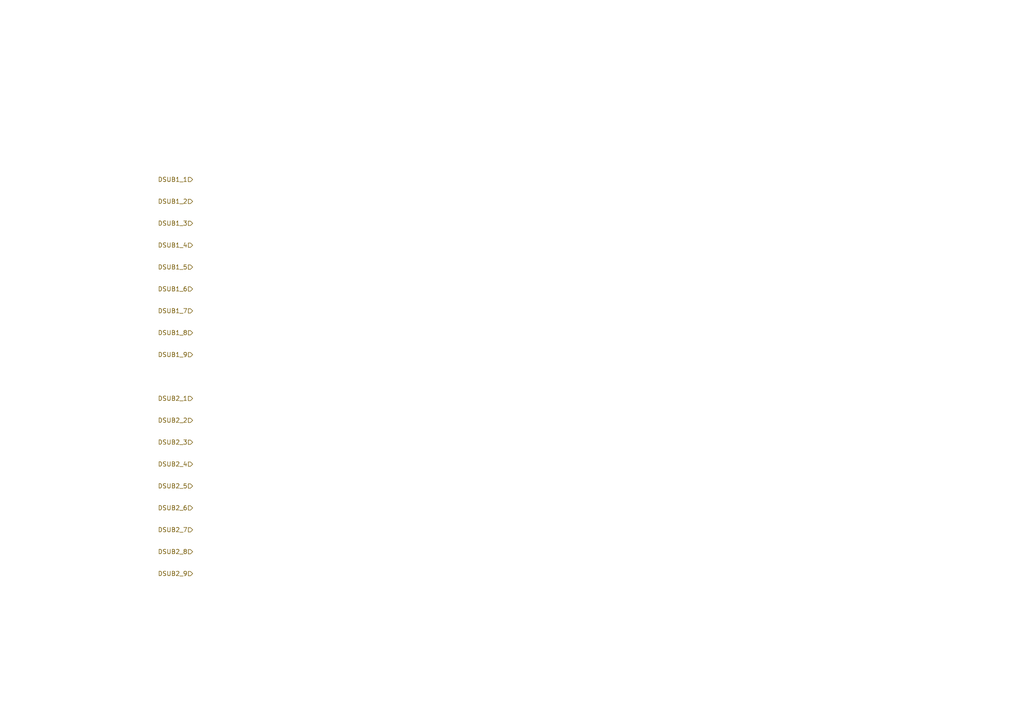
<source format=kicad_sch>
(kicad_sch
	(version 20250114)
	(generator "eeschema")
	(generator_version "9.0")
	(uuid "300feeed-733c-4150-b5cc-785b823185f0")
	(paper "A4")
	(lib_symbols)
	(hierarchical_label "DSUB2_2"
		(shape input)
		(at 55.88 121.92 180)
		(effects
			(font
				(size 1.27 1.27)
			)
			(justify right)
		)
		(uuid "12e3eec5-c1b4-473a-b585-e832f5ec23e0")
	)
	(hierarchical_label "DSUB2_7"
		(shape input)
		(at 55.88 153.67 180)
		(effects
			(font
				(size 1.27 1.27)
			)
			(justify right)
		)
		(uuid "12f5b336-688a-4459-94ed-2eedaf4832ea")
	)
	(hierarchical_label "DSUB1_8"
		(shape input)
		(at 55.88 96.52 180)
		(effects
			(font
				(size 1.27 1.27)
			)
			(justify right)
		)
		(uuid "3150d119-64c0-4d14-8fc4-8a9a43b87921")
	)
	(hierarchical_label "DSUB1_5"
		(shape input)
		(at 55.88 77.47 180)
		(effects
			(font
				(size 1.27 1.27)
			)
			(justify right)
		)
		(uuid "51e426a1-b2b0-43c8-93fd-abb798a12714")
	)
	(hierarchical_label "DSUB1_3"
		(shape input)
		(at 55.88 64.77 180)
		(effects
			(font
				(size 1.27 1.27)
			)
			(justify right)
		)
		(uuid "57136855-1290-43e6-8fb6-bec847e19007")
	)
	(hierarchical_label "DSUB1_1"
		(shape input)
		(at 55.88 52.07 180)
		(effects
			(font
				(size 1.27 1.27)
			)
			(justify right)
		)
		(uuid "60dd2c63-be60-48bb-a514-efbdc8694539")
	)
	(hierarchical_label "DSUB1_6"
		(shape input)
		(at 55.88 83.82 180)
		(effects
			(font
				(size 1.27 1.27)
			)
			(justify right)
		)
		(uuid "89985d8c-f000-4b15-88fe-d93ed04b0ebc")
	)
	(hierarchical_label "DSUB2_8"
		(shape input)
		(at 55.88 160.02 180)
		(effects
			(font
				(size 1.27 1.27)
			)
			(justify right)
		)
		(uuid "8b12d79e-75f0-4e4c-9e4d-773e70bdb7f5")
	)
	(hierarchical_label "DSUB2_1"
		(shape input)
		(at 55.88 115.57 180)
		(effects
			(font
				(size 1.27 1.27)
			)
			(justify right)
		)
		(uuid "8b56cf38-50b5-4815-a94b-47d3f556d324")
	)
	(hierarchical_label "DSUB1_2"
		(shape input)
		(at 55.88 58.42 180)
		(effects
			(font
				(size 1.27 1.27)
			)
			(justify right)
		)
		(uuid "8fefb697-9247-48c8-a4e3-acd0ad31f67d")
	)
	(hierarchical_label "DSUB2_5"
		(shape input)
		(at 55.88 140.97 180)
		(effects
			(font
				(size 1.27 1.27)
			)
			(justify right)
		)
		(uuid "a36e76e9-e620-4d27-a9a4-59d418832713")
	)
	(hierarchical_label "DSUB1_4"
		(shape input)
		(at 55.88 71.12 180)
		(effects
			(font
				(size 1.27 1.27)
			)
			(justify right)
		)
		(uuid "a5f0c86e-f4a2-426c-b47e-31452d5c7ade")
	)
	(hierarchical_label "DSUB2_9"
		(shape input)
		(at 55.88 166.37 180)
		(effects
			(font
				(size 1.27 1.27)
			)
			(justify right)
		)
		(uuid "a8c99d30-f098-4ffd-939c-f7ed83a86caa")
	)
	(hierarchical_label "DSUB1_7"
		(shape input)
		(at 55.88 90.17 180)
		(effects
			(font
				(size 1.27 1.27)
			)
			(justify right)
		)
		(uuid "ad0d1758-0dfd-481e-9905-7b0a2819cc86")
	)
	(hierarchical_label "DSUB1_9"
		(shape input)
		(at 55.88 102.87 180)
		(effects
			(font
				(size 1.27 1.27)
			)
			(justify right)
		)
		(uuid "d4b06f10-fd35-4059-be91-8b67070d02c3")
	)
	(hierarchical_label "DSUB2_4"
		(shape input)
		(at 55.88 134.62 180)
		(effects
			(font
				(size 1.27 1.27)
			)
			(justify right)
		)
		(uuid "f14fb2aa-23ef-4868-b138-8d96a704b8d6")
	)
	(hierarchical_label "DSUB2_3"
		(shape input)
		(at 55.88 128.27 180)
		(effects
			(font
				(size 1.27 1.27)
			)
			(justify right)
		)
		(uuid "f18b4d2d-7a11-42f0-8ba5-374470ae1de3")
	)
	(hierarchical_label "DSUB2_6"
		(shape input)
		(at 55.88 147.32 180)
		(effects
			(font
				(size 1.27 1.27)
			)
			(justify right)
		)
		(uuid "f3777cde-5c6b-4e31-a69e-bc6302da25da")
	)
)

</source>
